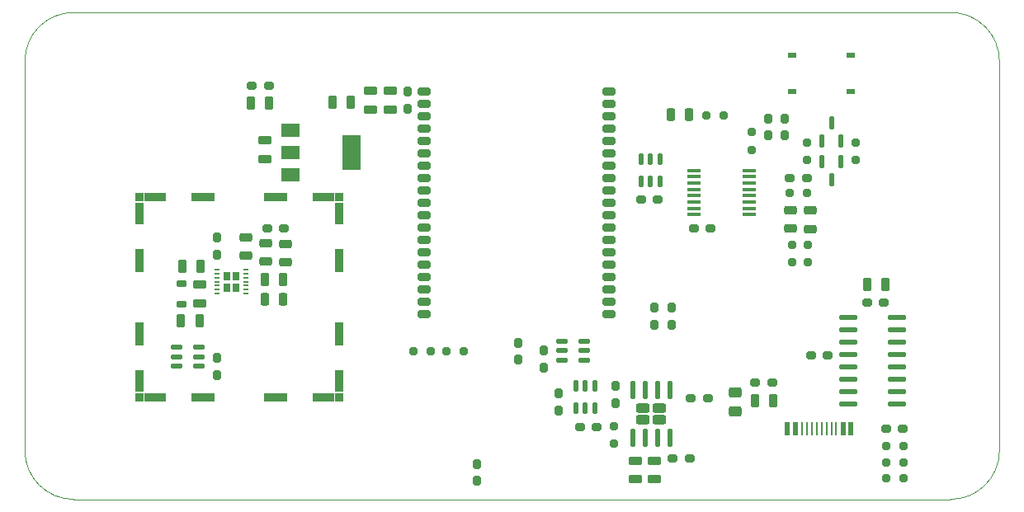
<source format=gbr>
%TF.GenerationSoftware,KiCad,Pcbnew,(6.0.9)*%
%TF.CreationDate,2022-12-19T18:44:09+02:00*%
%TF.ProjectId,cross_band_handy_walkie_talkie_V1,63726f73-735f-4626-916e-645f68616e64,rev?*%
%TF.SameCoordinates,Original*%
%TF.FileFunction,Paste,Top*%
%TF.FilePolarity,Positive*%
%FSLAX46Y46*%
G04 Gerber Fmt 4.6, Leading zero omitted, Abs format (unit mm)*
G04 Created by KiCad (PCBNEW (6.0.9)) date 2022-12-19 18:44:09*
%MOMM*%
%LPD*%
G01*
G04 APERTURE LIST*
G04 Aperture macros list*
%AMRoundRect*
0 Rectangle with rounded corners*
0 $1 Rounding radius*
0 $2 $3 $4 $5 $6 $7 $8 $9 X,Y pos of 4 corners*
0 Add a 4 corners polygon primitive as box body*
4,1,4,$2,$3,$4,$5,$6,$7,$8,$9,$2,$3,0*
0 Add four circle primitives for the rounded corners*
1,1,$1+$1,$2,$3*
1,1,$1+$1,$4,$5*
1,1,$1+$1,$6,$7*
1,1,$1+$1,$8,$9*
0 Add four rect primitives between the rounded corners*
20,1,$1+$1,$2,$3,$4,$5,0*
20,1,$1+$1,$4,$5,$6,$7,0*
20,1,$1+$1,$6,$7,$8,$9,0*
20,1,$1+$1,$8,$9,$2,$3,0*%
G04 Aperture macros list end*
%TA.AperFunction,Profile*%
%ADD10C,0.100000*%
%TD*%
%ADD11RoundRect,0.177500X0.237500X-0.300000X0.237500X0.300000X-0.237500X0.300000X-0.237500X-0.300000X0*%
%ADD12RoundRect,0.190000X0.250000X0.475000X-0.250000X0.475000X-0.250000X-0.475000X0.250000X-0.475000X0*%
%ADD13RoundRect,0.177500X-0.237500X0.250000X-0.237500X-0.250000X0.237500X-0.250000X0.237500X0.250000X0*%
%ADD14RoundRect,0.177500X-0.300000X-0.237500X0.300000X-0.237500X0.300000X0.237500X-0.300000X0.237500X0*%
%ADD15RoundRect,0.177500X0.300000X0.237500X-0.300000X0.237500X-0.300000X-0.237500X0.300000X-0.237500X0*%
%ADD16RoundRect,0.177500X0.237500X-0.250000X0.237500X0.250000X-0.237500X0.250000X-0.237500X-0.250000X0*%
%ADD17RoundRect,0.090000X-0.512500X-0.150000X0.512500X-0.150000X0.512500X0.150000X-0.512500X0.150000X0*%
%ADD18RoundRect,0.177500X-0.237500X0.300000X-0.237500X-0.300000X0.237500X-0.300000X0.237500X0.300000X0*%
%ADD19RoundRect,0.183750X0.243750X0.456250X-0.243750X0.456250X-0.243750X-0.456250X0.243750X-0.456250X0*%
%ADD20RoundRect,0.177500X-0.250000X-0.237500X0.250000X-0.237500X0.250000X0.237500X-0.250000X0.237500X0*%
%ADD21RoundRect,0.040000X0.637500X0.100000X-0.637500X0.100000X-0.637500X-0.100000X0.637500X-0.100000X0*%
%ADD22RoundRect,0.190000X0.475000X-0.250000X0.475000X0.250000X-0.475000X0.250000X-0.475000X-0.250000X0*%
%ADD23R,0.880000X0.580000*%
%ADD24RoundRect,0.090000X0.512500X0.150000X-0.512500X0.150000X-0.512500X-0.150000X0.512500X-0.150000X0*%
%ADD25RoundRect,0.183750X0.456250X-0.243750X0.456250X0.243750X-0.456250X0.243750X-0.456250X-0.243750X0*%
%ADD26RoundRect,0.090000X0.150000X-0.512500X0.150000X0.512500X-0.150000X0.512500X-0.150000X-0.512500X0*%
%ADD27RoundRect,0.165000X-0.525000X-0.225000X0.525000X-0.225000X0.525000X0.225000X-0.525000X0.225000X0*%
%ADD28RoundRect,0.090000X-0.150000X0.512500X-0.150000X-0.512500X0.150000X-0.512500X0.150000X0.512500X0*%
%ADD29R,1.880000X1.380000*%
%ADD30R,1.880000X3.680000*%
%ADD31RoundRect,0.190000X0.450000X-0.262500X0.450000X0.262500X-0.450000X0.262500X-0.450000X-0.262500X0*%
%ADD32RoundRect,0.190000X-0.250000X-0.475000X0.250000X-0.475000X0.250000X0.475000X-0.250000X0.475000X0*%
%ADD33RoundRect,0.090000X0.150000X-0.587500X0.150000X0.587500X-0.150000X0.587500X-0.150000X-0.587500X0*%
%ADD34RoundRect,0.250000X-0.440000X0.255000X-0.440000X-0.255000X0.440000X-0.255000X0.440000X0.255000X0*%
%ADD35RoundRect,0.090000X-0.150000X0.825000X-0.150000X-0.825000X0.150000X-0.825000X0.150000X0.825000X0*%
%ADD36RoundRect,0.190000X-0.450000X0.262500X-0.450000X-0.262500X0.450000X-0.262500X0.450000X0.262500X0*%
%ADD37RoundRect,0.190000X-0.475000X0.250000X-0.475000X-0.250000X0.475000X-0.250000X0.475000X0.250000X0*%
%ADD38RoundRect,0.177500X0.250000X0.237500X-0.250000X0.237500X-0.250000X-0.237500X0.250000X-0.237500X0*%
%ADD39RoundRect,0.158750X-0.381250X0.218750X-0.381250X-0.218750X0.381250X-0.218750X0.381250X0.218750X0*%
%ADD40RoundRect,0.090000X-0.825000X-0.150000X0.825000X-0.150000X0.825000X0.150000X-0.825000X0.150000X0*%
%ADD41RoundRect,0.190000X-0.262500X-0.450000X0.262500X-0.450000X0.262500X0.450000X-0.262500X0.450000X0*%
%ADD42RoundRect,0.190000X0.450000X-0.350000X0.450000X0.350000X-0.450000X0.350000X-0.450000X-0.350000X0*%
%ADD43R,2.180000X0.880000*%
%ADD44R,0.880000X2.180000*%
%ADD45R,0.880000X2.480000*%
%ADD46R,2.480000X0.880000*%
%ADD47R,0.880000X0.880000*%
%ADD48RoundRect,0.090000X-0.150000X0.587500X-0.150000X-0.587500X0.150000X-0.587500X0.150000X0.587500X0*%
%ADD49R,0.480000X1.330000*%
%ADD50R,0.180000X1.330000*%
%ADD51R,0.700000X0.970000*%
%ADD52R,0.580000X0.130000*%
G04 APERTURE END LIST*
D10*
X150000000Y-55000000D02*
X150000000Y-95000000D01*
X150000000Y-55000000D02*
G75*
G03*
X145000000Y-50000000I-5000000J0D01*
G01*
X55000000Y-50000000D02*
X145000000Y-50000000D01*
X145000000Y-100000000D02*
X55000000Y-100000000D01*
X145000000Y-100000000D02*
G75*
G03*
X150000000Y-95000000I0J5000000D01*
G01*
X50000000Y-95000000D02*
X50000000Y-55000000D01*
X50000000Y-95000000D02*
G75*
G03*
X55000000Y-100000000I5000000J0D01*
G01*
X55000000Y-50000000D02*
G75*
G03*
X50000000Y-55000000I0J-5000000D01*
G01*
D11*
%TO.C,C7*%
X128000000Y-62612500D03*
X128000000Y-60887500D03*
%TD*%
D12*
%TO.C,C10*%
X83450000Y-59250000D03*
X81550000Y-59250000D03*
%TD*%
D13*
%TO.C,R2*%
X130250000Y-63337500D03*
X130250000Y-65162500D03*
%TD*%
D14*
%TO.C,C29*%
X118337500Y-89600000D03*
X120062500Y-89600000D03*
%TD*%
D13*
%TO.C,R4*%
X135250000Y-63337500D03*
X135250000Y-65162500D03*
%TD*%
D15*
%TO.C,C28*%
X108662500Y-92600000D03*
X106937500Y-92600000D03*
%TD*%
D16*
%TO.C,R10*%
X128750000Y-75662500D03*
X128750000Y-73837500D03*
%TD*%
D15*
%TO.C,C4*%
X138150000Y-79800000D03*
X136425000Y-79800000D03*
%TD*%
D17*
%TO.C,U11*%
X65562500Y-84400000D03*
X65562500Y-85350000D03*
X65562500Y-86300000D03*
X67837500Y-86300000D03*
X67837500Y-85350000D03*
X67837500Y-84400000D03*
%TD*%
D18*
%TO.C,C38*%
X69700000Y-85487500D03*
X69700000Y-87212500D03*
%TD*%
D15*
%TO.C,C6*%
X132362500Y-85200000D03*
X130637500Y-85200000D03*
%TD*%
%TO.C,C18*%
X76562500Y-72150000D03*
X74837500Y-72150000D03*
%TD*%
D19*
%TO.C,D4*%
X118117500Y-60535000D03*
X116242500Y-60535000D03*
%TD*%
D20*
%TO.C,R1*%
X89827500Y-84800000D03*
X91652500Y-84800000D03*
%TD*%
D21*
%TO.C,U4*%
X124362500Y-70775000D03*
X124362500Y-70125000D03*
X124362500Y-69475000D03*
X124362500Y-68825000D03*
X124362500Y-68175000D03*
X124362500Y-67525000D03*
X124362500Y-66875000D03*
X124362500Y-66225000D03*
X118637500Y-66225000D03*
X118637500Y-66875000D03*
X118637500Y-67525000D03*
X118637500Y-68175000D03*
X118637500Y-68825000D03*
X118637500Y-69475000D03*
X118637500Y-70125000D03*
X118637500Y-70775000D03*
%TD*%
D22*
%TO.C,C3*%
X85500000Y-59950000D03*
X85500000Y-58050000D03*
%TD*%
D12*
%TO.C,C5*%
X138300000Y-77950000D03*
X136400000Y-77950000D03*
%TD*%
D11*
%TO.C,C20*%
X96400000Y-98125000D03*
X96400000Y-96400000D03*
%TD*%
%TO.C,C27*%
X114600000Y-82062500D03*
X114600000Y-80337500D03*
%TD*%
D23*
%TO.C,SW1*%
X134750000Y-58100000D03*
X128750000Y-58100000D03*
X128750000Y-54400000D03*
X134750000Y-54400000D03*
%TD*%
D13*
%TO.C,R20*%
X110400000Y-92487500D03*
X110400000Y-94312500D03*
%TD*%
D20*
%TO.C,R3*%
X93227500Y-84800000D03*
X95052500Y-84800000D03*
%TD*%
D24*
%TO.C,U8*%
X107387500Y-85700000D03*
X107387500Y-84750000D03*
X107387500Y-83800000D03*
X105112500Y-83800000D03*
X105112500Y-84750000D03*
X105112500Y-85700000D03*
%TD*%
D25*
%TO.C,D1*%
X130600000Y-72225000D03*
X130600000Y-70350000D03*
%TD*%
D18*
%TO.C,C19*%
X116400000Y-80337500D03*
X116400000Y-82062500D03*
%TD*%
D15*
%TO.C,C11*%
X130225000Y-67000000D03*
X128500000Y-67000000D03*
%TD*%
D14*
%TO.C,C12*%
X118637500Y-72150000D03*
X120362500Y-72150000D03*
%TD*%
D26*
%TO.C,U9*%
X106550000Y-90637500D03*
X107500000Y-90637500D03*
X108450000Y-90637500D03*
X108450000Y-88362500D03*
X107500000Y-88362500D03*
X106550000Y-88362500D03*
%TD*%
D27*
%TO.C,U2*%
X90950000Y-58100000D03*
X90950000Y-59370000D03*
X90950000Y-60640000D03*
X90950000Y-61910000D03*
X90950000Y-63180000D03*
X90950000Y-64450000D03*
X90950000Y-65720000D03*
X90950000Y-66990000D03*
X90950000Y-68260000D03*
X90950000Y-69530000D03*
X90950000Y-70800000D03*
X90950000Y-72070000D03*
X90950000Y-73340000D03*
X90950000Y-74610000D03*
X90950000Y-75880000D03*
X90950000Y-77150000D03*
X90950000Y-78420000D03*
X90950000Y-79690000D03*
X90950000Y-80960000D03*
X109950000Y-80960000D03*
X109950000Y-79690000D03*
X109950000Y-78420000D03*
X109950000Y-77150000D03*
X109950000Y-75880000D03*
X109950000Y-74610000D03*
X109950000Y-73340000D03*
X109950000Y-72070000D03*
X109950000Y-70800000D03*
X109950000Y-69530000D03*
X109950000Y-68260000D03*
X109950000Y-66990000D03*
X109950000Y-65720000D03*
X109950000Y-64450000D03*
X109950000Y-63180000D03*
X109950000Y-61910000D03*
X109950000Y-60640000D03*
X109950000Y-59370000D03*
X109950000Y-58100000D03*
%TD*%
D28*
%TO.C,U12*%
X115150000Y-65062500D03*
X114200000Y-65062500D03*
X113250000Y-65062500D03*
X113250000Y-67337500D03*
X114200000Y-67337500D03*
X115150000Y-67337500D03*
%TD*%
D29*
%TO.C,U3*%
X77250000Y-62100000D03*
D30*
X83550000Y-64400000D03*
D29*
X77250000Y-64400000D03*
X77250000Y-66700000D03*
%TD*%
D12*
%TO.C,C33*%
X126800000Y-89850000D03*
X124900000Y-89850000D03*
%TD*%
D18*
%TO.C,C17*%
X100600000Y-83937500D03*
X100600000Y-85662500D03*
%TD*%
D31*
%TO.C,R17*%
X72700000Y-74975000D03*
X72700000Y-73150000D03*
%TD*%
D11*
%TO.C,C16*%
X69700000Y-74875000D03*
X69700000Y-73150000D03*
%TD*%
D14*
%TO.C,C24*%
X116475000Y-95800000D03*
X118200000Y-95800000D03*
%TD*%
D12*
%TO.C,C32*%
X75050000Y-59350000D03*
X73150000Y-59350000D03*
%TD*%
D14*
%TO.C,C34*%
X124937500Y-88000000D03*
X126662500Y-88000000D03*
%TD*%
D32*
%TO.C,C21*%
X74600000Y-77450000D03*
X76500000Y-77450000D03*
%TD*%
D33*
%TO.C,Q1*%
X131800000Y-63187500D03*
X133700000Y-63187500D03*
X132750000Y-61312500D03*
%TD*%
D11*
%TO.C,C30*%
X110600000Y-90112500D03*
X110600000Y-88387500D03*
%TD*%
D22*
%TO.C,C2*%
X87500000Y-59950000D03*
X87500000Y-58050000D03*
%TD*%
D34*
%TO.C,U10*%
X115075000Y-91850000D03*
X113425000Y-91850000D03*
X115075000Y-90650000D03*
X113425000Y-90650000D03*
D35*
X116155000Y-88775000D03*
X114885000Y-88775000D03*
X113615000Y-88775000D03*
X112345000Y-88775000D03*
X112345000Y-93725000D03*
X113615000Y-93725000D03*
X114885000Y-93725000D03*
X116155000Y-93725000D03*
%TD*%
D36*
%TO.C,R15*%
X74690000Y-73737500D03*
X74690000Y-75562500D03*
%TD*%
D37*
%TO.C,C26*%
X114600000Y-96050000D03*
X114600000Y-97950000D03*
%TD*%
D15*
%TO.C,C31*%
X75025000Y-57550000D03*
X73300000Y-57550000D03*
%TD*%
D37*
%TO.C,C13*%
X67950000Y-77950000D03*
X67950000Y-79850000D03*
%TD*%
D14*
%TO.C,C15*%
X138387500Y-92780000D03*
X140112500Y-92780000D03*
%TD*%
D32*
%TO.C,C14*%
X66000000Y-81650000D03*
X67900000Y-81650000D03*
%TD*%
D22*
%TO.C,C9*%
X74600000Y-65050000D03*
X74600000Y-63150000D03*
%TD*%
D38*
%TO.C,R11*%
X130262500Y-68550000D03*
X128437500Y-68550000D03*
%TD*%
D12*
%TO.C,C22*%
X68050000Y-76100000D03*
X66150000Y-76100000D03*
%TD*%
D39*
%TO.C,L1*%
X66050000Y-77837500D03*
X66050000Y-79962500D03*
%TD*%
D40*
%TO.C,U1*%
X134525000Y-81355000D03*
X134525000Y-82625000D03*
X134525000Y-83895000D03*
X134525000Y-85165000D03*
X134525000Y-86435000D03*
X134525000Y-87705000D03*
X134525000Y-88975000D03*
X134525000Y-90245000D03*
X139475000Y-90245000D03*
X139475000Y-88975000D03*
X139475000Y-87705000D03*
X139475000Y-86435000D03*
X139475000Y-85165000D03*
X139475000Y-83895000D03*
X139475000Y-82625000D03*
X139475000Y-81355000D03*
%TD*%
D16*
%TO.C,R9*%
X130350000Y-75662500D03*
X130350000Y-73837500D03*
%TD*%
D41*
%TO.C,R19*%
X74625000Y-79450000D03*
X76450000Y-79450000D03*
%TD*%
D42*
%TO.C,FB2*%
X122850000Y-91000000D03*
X122850000Y-89000000D03*
%TD*%
D20*
%TO.C,R14*%
X138337500Y-96250000D03*
X140162500Y-96250000D03*
%TD*%
%TO.C,R12*%
X138337500Y-97870000D03*
X140162500Y-97870000D03*
%TD*%
D11*
%TO.C,C1*%
X89250000Y-59862500D03*
X89250000Y-58137500D03*
%TD*%
D43*
%TO.C,J8*%
X63400000Y-89500000D03*
D44*
X61750000Y-87850000D03*
D43*
X80600000Y-69000000D03*
D45*
X61750000Y-75500000D03*
D44*
X61750000Y-70650000D03*
D45*
X82250000Y-83000000D03*
D43*
X80600000Y-89500000D03*
D46*
X68250000Y-89500000D03*
X75750000Y-89500000D03*
D44*
X82250000Y-87850000D03*
D47*
X82250000Y-69000000D03*
D43*
X63400000Y-69000000D03*
D47*
X82250000Y-89500000D03*
D46*
X75750000Y-69000000D03*
D47*
X61750000Y-89500000D03*
D45*
X61750000Y-83000000D03*
D47*
X61750000Y-69000000D03*
D44*
X82250000Y-70650000D03*
D45*
X82250000Y-75500000D03*
D46*
X68250000Y-69000000D03*
%TD*%
D48*
%TO.C,Q2*%
X133700000Y-65312500D03*
X131800000Y-65312500D03*
X132750000Y-67187500D03*
%TD*%
D15*
%TO.C,C37*%
X114962500Y-69200000D03*
X113237500Y-69200000D03*
%TD*%
D38*
%TO.C,R16*%
X140162500Y-94500000D03*
X138337500Y-94500000D03*
%TD*%
D18*
%TO.C,C35*%
X103200000Y-84737500D03*
X103200000Y-86462500D03*
%TD*%
D25*
%TO.C,D2*%
X128550000Y-72187500D03*
X128550000Y-70312500D03*
%TD*%
D11*
%TO.C,C8*%
X126250000Y-62612500D03*
X126250000Y-60887500D03*
%TD*%
D31*
%TO.C,R13*%
X76700000Y-75612500D03*
X76700000Y-73787500D03*
%TD*%
D13*
%TO.C,R7*%
X124600000Y-62287500D03*
X124600000Y-64112500D03*
%TD*%
D49*
%TO.C,J6*%
X128250000Y-92765000D03*
X129050000Y-92765000D03*
D50*
X130250000Y-92765000D03*
X131250000Y-92765000D03*
X131750000Y-92765000D03*
X132750000Y-92765000D03*
D49*
X133950000Y-92765000D03*
X134750000Y-92765000D03*
X134750000Y-92765000D03*
X133950000Y-92765000D03*
D50*
X133250000Y-92765000D03*
X132250000Y-92765000D03*
X130750000Y-92765000D03*
X129750000Y-92765000D03*
D49*
X129050000Y-92765000D03*
X128250000Y-92765000D03*
%TD*%
D38*
%TO.C,R5*%
X121712500Y-60600000D03*
X119887500Y-60600000D03*
%TD*%
D37*
%TO.C,C25*%
X112600000Y-96050000D03*
X112600000Y-97950000D03*
%TD*%
D18*
%TO.C,C36*%
X104750000Y-89137500D03*
X104750000Y-90862500D03*
%TD*%
D51*
%TO.C,U7*%
X71650000Y-78237500D03*
X70755000Y-77062500D03*
X71650000Y-77062500D03*
X70755000Y-78237500D03*
D52*
X69725000Y-76450000D03*
X69725000Y-76850000D03*
X69725000Y-77250000D03*
X69725000Y-77650000D03*
X69725000Y-78050000D03*
X69725000Y-78450000D03*
X69725000Y-78850000D03*
X72675000Y-78850000D03*
X72675000Y-78450000D03*
X72675000Y-78050000D03*
X72675000Y-77650000D03*
X72675000Y-77250000D03*
X72675000Y-76850000D03*
X72675000Y-76450000D03*
%TD*%
M02*

</source>
